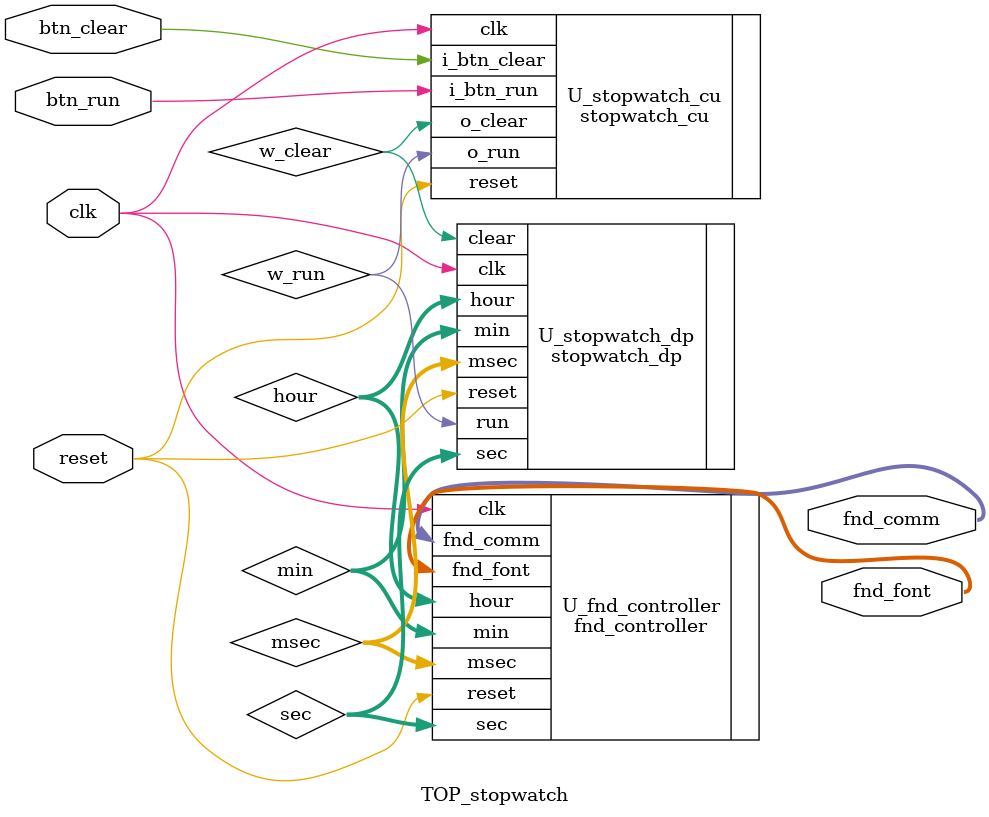
<source format=v>
`timescale 1ns / 1ps

module TOP_stopwatch(
    input clk,
    input reset,
    input btn_run,
    input btn_clear,
    output [3:0] fnd_comm,
    output [7:0] fnd_font 
    );

    wire w_run, w_clear;
    wire [6:0] msec, sec, min, hour;

    stopwatch_cu U_stopwatch_cu(
        .clk(clk),
        .reset(reset),
        .i_btn_run(btn_run),
        .i_btn_clear(btn_clear),
        .o_run(w_run),
        .o_clear(w_clear)
    );

    stopwatch_dp U_stopwatch_dp(
        .clk(clk),
        .reset(reset),
        .run(w_run),
        .clear(w_clear),
        .msec(msec),
        .sec(sec),
        .min(min),
        .hour(hour)                
    );

    fnd_controller U_fnd_controller(
       .clk(clk),
       .reset(reset),
       .msec(msec),
       .sec(sec),
       .min(min),
       .hour(hour),
       .fnd_font(fnd_font),
       .fnd_comm(fnd_comm)
    );    
endmodule

</source>
